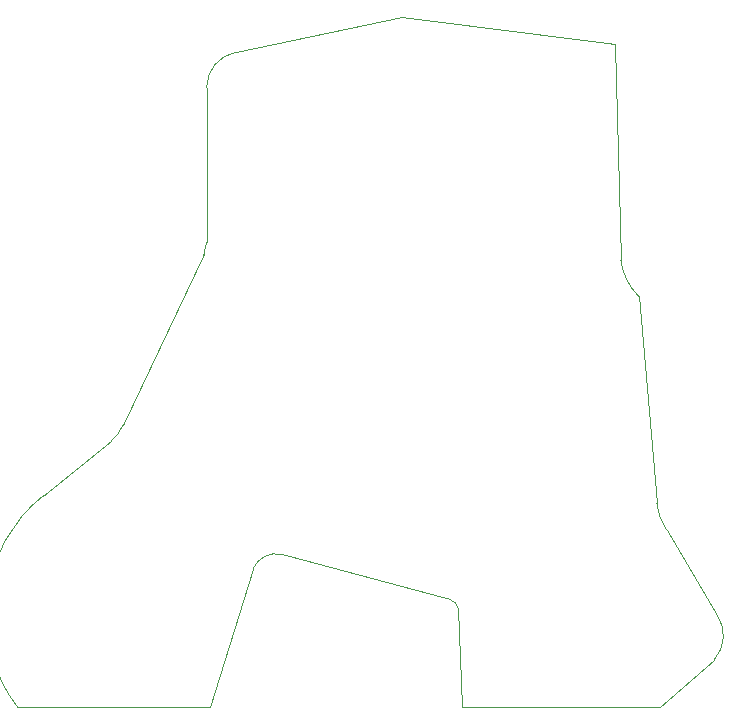
<source format=gbr>
%TF.GenerationSoftware,KiCad,Pcbnew,8.0.1*%
%TF.CreationDate,2024-04-24T21:25:30+12:00*%
%TF.ProjectId,collective-hat-pcb,636f6c6c-6563-4746-9976-652d6861742d,rev?*%
%TF.SameCoordinates,Original*%
%TF.FileFunction,Profile,NP*%
%FSLAX46Y46*%
G04 Gerber Fmt 4.6, Leading zero omitted, Abs format (unit mm)*
G04 Created by KiCad (PCBNEW 8.0.1) date 2024-04-24 21:25:30*
%MOMM*%
%LPD*%
G01*
G04 APERTURE LIST*
%TA.AperFunction,Profile*%
%ADD10C,0.050000*%
%TD*%
G04 APERTURE END LIST*
D10*
X94996000Y-115570000D02*
G75*
G02*
X97157670Y-97633585I10160000J7874000D01*
G01*
X149925203Y-100539172D02*
G75*
G02*
X149098001Y-98298000I3998797J2749172D01*
G01*
X154217744Y-107754173D02*
X149925202Y-100539173D01*
X153955315Y-111533836D02*
X149352000Y-115570000D01*
X154217742Y-107754174D02*
G75*
G02*
X153955315Y-111533836I-2579742J-1719826D01*
G01*
X147574001Y-80771999D02*
G75*
G02*
X146050002Y-77724000I3809999J3809998D01*
G01*
X117348000Y-102616001D02*
X131572000Y-106426001D01*
X132287069Y-107175102D02*
X132588000Y-115570000D01*
X114914817Y-103822921D02*
X111252000Y-115570000D01*
X114914818Y-103822921D02*
G75*
G02*
X117348000Y-102616002I1925182J-825079D01*
G01*
X131572000Y-106426001D02*
G75*
G02*
X132287069Y-107175102I-300930J-1003101D01*
G01*
X132588000Y-115570000D02*
X149352000Y-115570000D01*
X102900743Y-93002429D02*
X97157670Y-97633585D01*
X103886000Y-91694000D02*
G75*
G02*
X102900743Y-93002429I-3048000J1270000D01*
G01*
X110983845Y-76200000D02*
G75*
G02*
X110744000Y-77216000I-2271845J0D01*
G01*
X110982054Y-63087883D02*
G75*
G02*
X113432292Y-60099073I3048000J0D01*
G01*
X113432292Y-60099073D02*
X127508000Y-57150000D01*
X110983845Y-76200000D02*
X110982054Y-63087883D01*
X103886000Y-91694000D02*
X110744000Y-77216000D01*
X145542000Y-59436000D02*
X127508000Y-57150000D01*
X146050000Y-77724000D02*
X145542000Y-59436000D01*
X149098000Y-98298000D02*
X147574000Y-80772000D01*
X94996000Y-115570000D02*
X111252000Y-115570000D01*
M02*

</source>
